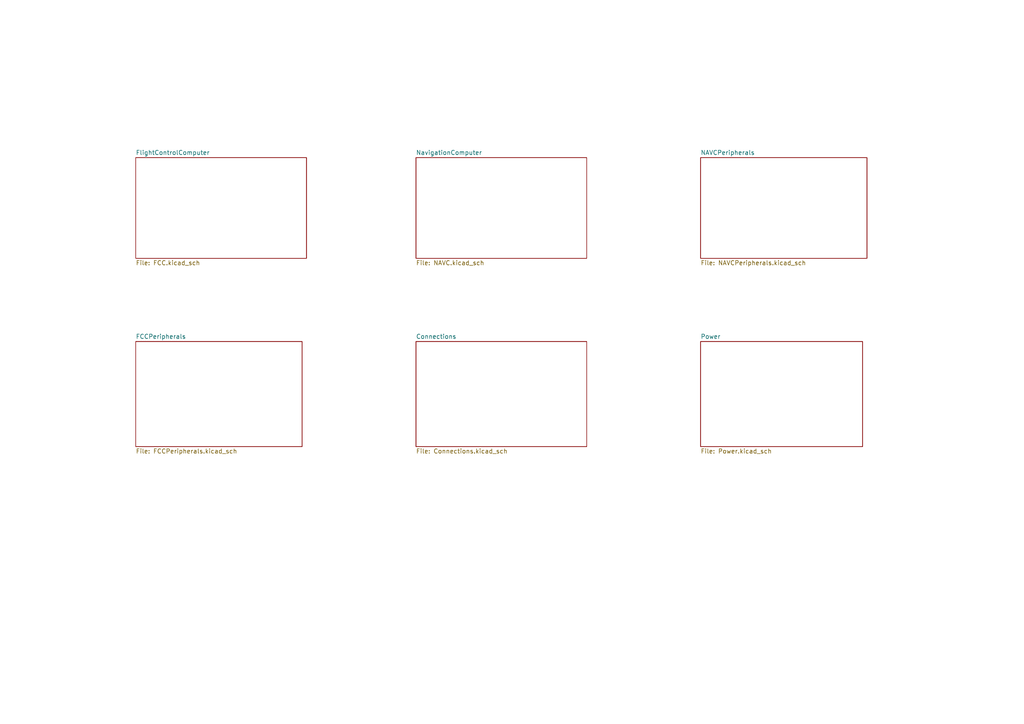
<source format=kicad_sch>
(kicad_sch
	(version 20231120)
	(generator "eeschema")
	(generator_version "8.0")
	(uuid "e87ec907-ed7b-4c8a-9b8c-d4cc9c76230a")
	(paper "A4")
	(title_block
		(title "Power")
		(date "2025-02-16")
		(rev "0.1")
		(company "Shreyash Golam")
	)
	(lib_symbols)
	(sheet
		(at 39.37 45.72)
		(size 49.53 29.21)
		(fields_autoplaced yes)
		(stroke
			(width 0)
			(type solid)
		)
		(fill
			(color 0 0 0 0.0000)
		)
		(uuid "00000000-0000-0000-0000-00005db5c096")
		(property "Sheetname" "FlightControlComputer"
			(at 39.37 45.0084 0)
			(effects
				(font
					(size 1.27 1.27)
				)
				(justify left bottom)
			)
		)
		(property "Sheetfile" "FCC.kicad_sch"
			(at 39.37 75.5146 0)
			(effects
				(font
					(size 1.27 1.27)
				)
				(justify left top)
			)
		)
		(instances
			(project "Hades"
				(path "/e87ec907-ed7b-4c8a-9b8c-d4cc9c76230a"
					(page "2")
				)
			)
		)
	)
	(sheet
		(at 203.2 45.72)
		(size 48.26 29.21)
		(fields_autoplaced yes)
		(stroke
			(width 0)
			(type solid)
		)
		(fill
			(color 0 0 0 0.0000)
		)
		(uuid "00000000-0000-0000-0000-00005db6d0d5")
		(property "Sheetname" "NAVCPeripherals"
			(at 203.2 45.0084 0)
			(effects
				(font
					(size 1.27 1.27)
				)
				(justify left bottom)
			)
		)
		(property "Sheetfile" "NAVCPeripherals.kicad_sch"
			(at 203.2 75.5146 0)
			(effects
				(font
					(size 1.27 1.27)
				)
				(justify left top)
			)
		)
		(instances
			(project "Hades"
				(path "/e87ec907-ed7b-4c8a-9b8c-d4cc9c76230a"
					(page "6")
				)
			)
		)
	)
	(sheet
		(at 120.65 99.06)
		(size 49.53 30.48)
		(fields_autoplaced yes)
		(stroke
			(width 0)
			(type solid)
		)
		(fill
			(color 0 0 0 0.0000)
		)
		(uuid "00000000-0000-0000-0000-00005dbb0b6b")
		(property "Sheetname" "Connections"
			(at 120.65 98.3484 0)
			(effects
				(font
					(size 1.27 1.27)
				)
				(justify left bottom)
			)
		)
		(property "Sheetfile" "Connections.kicad_sch"
			(at 120.65 130.1246 0)
			(effects
				(font
					(size 1.27 1.27)
				)
				(justify left top)
			)
		)
		(instances
			(project "Hades"
				(path "/e87ec907-ed7b-4c8a-9b8c-d4cc9c76230a"
					(page "4")
				)
			)
		)
	)
	(sheet
		(at 39.37 99.06)
		(size 48.26 30.48)
		(fields_autoplaced yes)
		(stroke
			(width 0)
			(type solid)
		)
		(fill
			(color 0 0 0 0.0000)
		)
		(uuid "00000000-0000-0000-0000-00005dd7f344")
		(property "Sheetname" "FCCPeripherals"
			(at 39.37 98.3484 0)
			(effects
				(font
					(size 1.27 1.27)
				)
				(justify left bottom)
			)
		)
		(property "Sheetfile" "FCCPeripherals.kicad_sch"
			(at 39.37 130.1246 0)
			(effects
				(font
					(size 1.27 1.27)
				)
				(justify left top)
			)
		)
		(instances
			(project "Hades"
				(path "/e87ec907-ed7b-4c8a-9b8c-d4cc9c76230a"
					(page "5")
				)
			)
		)
	)
	(sheet
		(at 120.65 45.72)
		(size 49.53 29.21)
		(fields_autoplaced yes)
		(stroke
			(width 0)
			(type solid)
		)
		(fill
			(color 0 0 0 0.0000)
		)
		(uuid "00000000-0000-0000-0000-00005de3da35")
		(property "Sheetname" "NavigationComputer"
			(at 120.65 45.0084 0)
			(effects
				(font
					(size 1.27 1.27)
				)
				(justify left bottom)
			)
		)
		(property "Sheetfile" "NAVC.kicad_sch"
			(at 120.65 75.5146 0)
			(effects
				(font
					(size 1.27 1.27)
				)
				(justify left top)
			)
		)
		(instances
			(project "Hades"
				(path "/e87ec907-ed7b-4c8a-9b8c-d4cc9c76230a"
					(page "3")
				)
			)
		)
	)
	(sheet
		(at 203.2 99.06)
		(size 46.99 30.48)
		(fields_autoplaced yes)
		(stroke
			(width 0.1524)
			(type solid)
		)
		(fill
			(color 0 0 0 0.0000)
		)
		(uuid "ef574dde-fac0-4739-bc33-e1193acdc197")
		(property "Sheetname" "Power"
			(at 203.2 98.3484 0)
			(effects
				(font
					(size 1.27 1.27)
				)
				(justify left bottom)
			)
		)
		(property "Sheetfile" "Power.kicad_sch"
			(at 203.2 130.1246 0)
			(effects
				(font
					(size 1.27 1.27)
				)
				(justify left top)
			)
		)
		(instances
			(project "Hades"
				(path "/e87ec907-ed7b-4c8a-9b8c-d4cc9c76230a"
					(page "7")
				)
			)
		)
	)
	(sheet_instances
		(path "/"
			(page "1")
		)
	)
)

</source>
